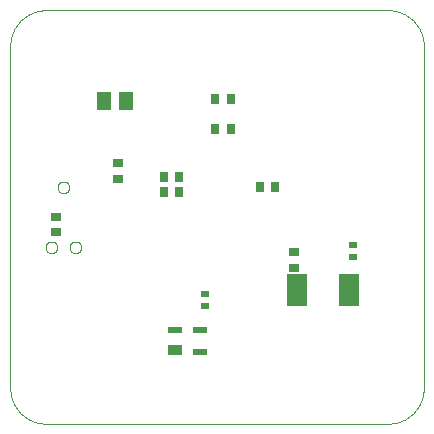
<source format=gbp>
G04 EAGLE Gerber RS-274X export*
G75*
%MOMM*%
%FSLAX35Y35*%
%LPD*%
%INsolder_paste_bottom*%
%IPPOS*%
%AMOC8*
5,1,8,0,0,1.08239X$1,22.5*%
G01*
%ADD10C,0.000000*%
%ADD11R,0.700000X0.900000*%
%ADD12R,0.900000X0.700000*%
%ADD13R,1.310000X0.940000*%
%ADD14R,1.310000X0.550000*%
%ADD15R,0.700000X0.600000*%
%ADD16R,1.300000X1.500000*%
%ADD17R,1.800000X2.700000*%


D10*
X100Y3199800D02*
X100Y299800D01*
X188Y292551D01*
X450Y285306D01*
X888Y278070D01*
X1501Y270846D01*
X2287Y263639D01*
X3248Y256453D01*
X4382Y249293D01*
X5689Y242162D01*
X7168Y235065D01*
X8817Y228005D01*
X10637Y220988D01*
X12626Y214016D01*
X14783Y207095D01*
X17106Y200228D01*
X19595Y193419D01*
X22248Y186672D01*
X25062Y179991D01*
X28038Y173380D01*
X31172Y166843D01*
X34463Y160383D01*
X37910Y154005D01*
X41509Y147712D01*
X45260Y141508D01*
X49159Y135396D01*
X53205Y129381D01*
X57395Y123464D01*
X61727Y117651D01*
X66198Y111944D01*
X70805Y106347D01*
X75547Y100863D01*
X80419Y95495D01*
X85420Y90247D01*
X90547Y85120D01*
X95795Y80119D01*
X101163Y75247D01*
X106647Y70505D01*
X112244Y65898D01*
X117951Y61427D01*
X123764Y57095D01*
X129681Y52905D01*
X135696Y48859D01*
X141808Y44960D01*
X148012Y41209D01*
X154305Y37610D01*
X160683Y34163D01*
X167143Y30872D01*
X173680Y27738D01*
X180291Y24762D01*
X186972Y21948D01*
X193719Y19295D01*
X200528Y16806D01*
X207395Y14483D01*
X214316Y12326D01*
X221288Y10337D01*
X228305Y8517D01*
X235365Y6868D01*
X242462Y5389D01*
X249593Y4082D01*
X256753Y2948D01*
X263939Y1987D01*
X271146Y1201D01*
X278370Y588D01*
X285606Y150D01*
X292851Y-112D01*
X300100Y-200D01*
X3200100Y-200D01*
X3207349Y-112D01*
X3214594Y150D01*
X3221830Y588D01*
X3229054Y1201D01*
X3236261Y1987D01*
X3243447Y2948D01*
X3250607Y4082D01*
X3257738Y5389D01*
X3264835Y6868D01*
X3271895Y8517D01*
X3278912Y10337D01*
X3285884Y12326D01*
X3292805Y14483D01*
X3299672Y16806D01*
X3306481Y19295D01*
X3313228Y21948D01*
X3319909Y24762D01*
X3326520Y27738D01*
X3333057Y30872D01*
X3339517Y34163D01*
X3345895Y37610D01*
X3352188Y41209D01*
X3358392Y44960D01*
X3364504Y48859D01*
X3370519Y52905D01*
X3376436Y57095D01*
X3382249Y61427D01*
X3387956Y65898D01*
X3393553Y70505D01*
X3399037Y75247D01*
X3404405Y80119D01*
X3409653Y85120D01*
X3414780Y90247D01*
X3419781Y95495D01*
X3424653Y100863D01*
X3429395Y106347D01*
X3434002Y111944D01*
X3438473Y117651D01*
X3442805Y123464D01*
X3446995Y129381D01*
X3451041Y135396D01*
X3454940Y141508D01*
X3458691Y147712D01*
X3462290Y154005D01*
X3465737Y160383D01*
X3469028Y166843D01*
X3472162Y173380D01*
X3475138Y179991D01*
X3477952Y186672D01*
X3480605Y193419D01*
X3483094Y200228D01*
X3485417Y207095D01*
X3487574Y214016D01*
X3489563Y220988D01*
X3491383Y228005D01*
X3493032Y235065D01*
X3494511Y242162D01*
X3495818Y249293D01*
X3496952Y256453D01*
X3497913Y263639D01*
X3498699Y270846D01*
X3499312Y278070D01*
X3499750Y285306D01*
X3500012Y292551D01*
X3500100Y299800D01*
X3500100Y3199800D01*
X3500012Y3207049D01*
X3499750Y3214294D01*
X3499312Y3221530D01*
X3498699Y3228754D01*
X3497913Y3235961D01*
X3496952Y3243147D01*
X3495818Y3250307D01*
X3494511Y3257438D01*
X3493032Y3264535D01*
X3491383Y3271595D01*
X3489563Y3278612D01*
X3487574Y3285584D01*
X3485417Y3292505D01*
X3483094Y3299372D01*
X3480605Y3306181D01*
X3477952Y3312928D01*
X3475138Y3319609D01*
X3472162Y3326220D01*
X3469028Y3332757D01*
X3465737Y3339217D01*
X3462290Y3345595D01*
X3458691Y3351888D01*
X3454940Y3358092D01*
X3451041Y3364204D01*
X3446995Y3370219D01*
X3442805Y3376136D01*
X3438473Y3381949D01*
X3434002Y3387656D01*
X3429395Y3393253D01*
X3424653Y3398737D01*
X3419781Y3404105D01*
X3414780Y3409353D01*
X3409653Y3414480D01*
X3404405Y3419481D01*
X3399037Y3424353D01*
X3393553Y3429095D01*
X3387956Y3433702D01*
X3382249Y3438173D01*
X3376436Y3442505D01*
X3370519Y3446695D01*
X3364504Y3450741D01*
X3358392Y3454640D01*
X3352188Y3458391D01*
X3345895Y3461990D01*
X3339517Y3465437D01*
X3333057Y3468728D01*
X3326520Y3471862D01*
X3319909Y3474838D01*
X3313228Y3477652D01*
X3306481Y3480305D01*
X3299672Y3482794D01*
X3292805Y3485117D01*
X3285884Y3487274D01*
X3278912Y3489263D01*
X3271895Y3491083D01*
X3264835Y3492732D01*
X3257738Y3494211D01*
X3250607Y3495518D01*
X3243447Y3496652D01*
X3236261Y3497613D01*
X3229054Y3498399D01*
X3221830Y3499012D01*
X3214594Y3499450D01*
X3207349Y3499712D01*
X3200100Y3499800D01*
X300100Y3499800D01*
X292851Y3499712D01*
X285606Y3499450D01*
X278370Y3499012D01*
X271146Y3498399D01*
X263939Y3497613D01*
X256753Y3496652D01*
X249593Y3495518D01*
X242462Y3494211D01*
X235365Y3492732D01*
X228305Y3491083D01*
X221288Y3489263D01*
X214316Y3487274D01*
X207395Y3485117D01*
X200528Y3482794D01*
X193719Y3480305D01*
X186972Y3477652D01*
X180291Y3474838D01*
X173680Y3471862D01*
X167143Y3468728D01*
X160683Y3465437D01*
X154305Y3461990D01*
X148012Y3458391D01*
X141808Y3454640D01*
X135696Y3450741D01*
X129681Y3446695D01*
X123764Y3442505D01*
X117951Y3438173D01*
X112244Y3433702D01*
X106647Y3429095D01*
X101163Y3424353D01*
X95795Y3419481D01*
X90547Y3414480D01*
X85420Y3409353D01*
X80419Y3404105D01*
X75547Y3398737D01*
X70805Y3393253D01*
X66198Y3387656D01*
X61727Y3381949D01*
X57395Y3376136D01*
X53205Y3370219D01*
X49159Y3364204D01*
X45260Y3358092D01*
X41509Y3351888D01*
X37910Y3345595D01*
X34463Y3339217D01*
X31172Y3332757D01*
X28038Y3326220D01*
X25062Y3319609D01*
X22248Y3312928D01*
X19595Y3306181D01*
X17106Y3299372D01*
X14783Y3292505D01*
X12626Y3285584D01*
X10637Y3278612D01*
X8817Y3271595D01*
X7168Y3264535D01*
X5689Y3257438D01*
X4382Y3250307D01*
X3248Y3243147D01*
X2287Y3235961D01*
X1501Y3228754D01*
X888Y3221530D01*
X450Y3214294D01*
X188Y3207049D01*
X100Y3199800D01*
D11*
X1865000Y2748000D03*
X1735000Y2748000D03*
X1735000Y2498000D03*
X1865000Y2498000D03*
X1427500Y2087500D03*
X1297500Y2087500D03*
X2240000Y2000000D03*
X2110000Y2000000D03*
X1427500Y1962500D03*
X1297500Y1962500D03*
D12*
X387500Y1622500D03*
X387500Y1752500D03*
X912500Y2202500D03*
X912500Y2072500D03*
X2400000Y1319500D03*
X2400000Y1449500D03*
D13*
X1394000Y624000D03*
D14*
X1394000Y796000D03*
X1606000Y796000D03*
X1606000Y604000D03*
D15*
X2900000Y1509500D03*
X2900000Y1409500D03*
X1650000Y1100000D03*
X1650000Y1000000D03*
D16*
X981000Y2734000D03*
X791000Y2734000D03*
D17*
X2870000Y1134500D03*
X2430000Y1134500D03*
D10*
X400470Y2000000D02*
X400485Y2001216D01*
X400530Y2002430D01*
X400604Y2003644D01*
X400709Y2004855D01*
X400842Y2006063D01*
X401006Y2007268D01*
X401199Y2008468D01*
X401422Y2009663D01*
X401673Y2010852D01*
X401954Y2012035D01*
X402264Y2013210D01*
X402603Y2014378D01*
X402970Y2015537D01*
X403365Y2016686D01*
X403789Y2017826D01*
X404240Y2018954D01*
X404719Y2020072D01*
X405225Y2021177D01*
X405759Y2022269D01*
X406318Y2023348D01*
X406905Y2024413D01*
X407517Y2025464D01*
X408154Y2026498D01*
X408817Y2027517D01*
X409505Y2028520D01*
X410217Y2029505D01*
X410953Y2030472D01*
X411713Y2031421D01*
X412495Y2032352D01*
X413301Y2033262D01*
X414128Y2034153D01*
X414977Y2035023D01*
X415847Y2035872D01*
X416738Y2036699D01*
X417648Y2037505D01*
X418579Y2038287D01*
X419528Y2039047D01*
X420495Y2039783D01*
X421480Y2040495D01*
X422483Y2041183D01*
X423502Y2041846D01*
X424536Y2042483D01*
X425587Y2043095D01*
X426652Y2043682D01*
X427731Y2044241D01*
X428823Y2044775D01*
X429928Y2045281D01*
X431046Y2045760D01*
X432174Y2046211D01*
X433314Y2046635D01*
X434463Y2047030D01*
X435622Y2047397D01*
X436790Y2047736D01*
X437965Y2048046D01*
X439148Y2048327D01*
X440337Y2048578D01*
X441532Y2048801D01*
X442732Y2048994D01*
X443937Y2049158D01*
X445145Y2049291D01*
X446356Y2049396D01*
X447570Y2049470D01*
X448784Y2049515D01*
X450000Y2049530D01*
X451216Y2049515D01*
X452430Y2049470D01*
X453644Y2049396D01*
X454855Y2049291D01*
X456063Y2049158D01*
X457268Y2048994D01*
X458468Y2048801D01*
X459663Y2048578D01*
X460852Y2048327D01*
X462035Y2048046D01*
X463210Y2047736D01*
X464378Y2047397D01*
X465537Y2047030D01*
X466686Y2046635D01*
X467826Y2046211D01*
X468954Y2045760D01*
X470072Y2045281D01*
X471177Y2044775D01*
X472269Y2044241D01*
X473348Y2043682D01*
X474413Y2043095D01*
X475464Y2042483D01*
X476498Y2041846D01*
X477517Y2041183D01*
X478520Y2040495D01*
X479505Y2039783D01*
X480472Y2039047D01*
X481421Y2038287D01*
X482352Y2037505D01*
X483262Y2036699D01*
X484153Y2035872D01*
X485023Y2035023D01*
X485872Y2034153D01*
X486699Y2033262D01*
X487505Y2032352D01*
X488287Y2031421D01*
X489047Y2030472D01*
X489783Y2029505D01*
X490495Y2028520D01*
X491183Y2027517D01*
X491846Y2026498D01*
X492483Y2025464D01*
X493095Y2024413D01*
X493682Y2023348D01*
X494241Y2022269D01*
X494775Y2021177D01*
X495281Y2020072D01*
X495760Y2018954D01*
X496211Y2017826D01*
X496635Y2016686D01*
X497030Y2015537D01*
X497397Y2014378D01*
X497736Y2013210D01*
X498046Y2012035D01*
X498327Y2010852D01*
X498578Y2009663D01*
X498801Y2008468D01*
X498994Y2007268D01*
X499158Y2006063D01*
X499291Y2004855D01*
X499396Y2003644D01*
X499470Y2002430D01*
X499515Y2001216D01*
X499530Y2000000D01*
X499515Y1998784D01*
X499470Y1997570D01*
X499396Y1996356D01*
X499291Y1995145D01*
X499158Y1993937D01*
X498994Y1992732D01*
X498801Y1991532D01*
X498578Y1990337D01*
X498327Y1989148D01*
X498046Y1987965D01*
X497736Y1986790D01*
X497397Y1985622D01*
X497030Y1984463D01*
X496635Y1983314D01*
X496211Y1982174D01*
X495760Y1981046D01*
X495281Y1979928D01*
X494775Y1978823D01*
X494241Y1977731D01*
X493682Y1976652D01*
X493095Y1975587D01*
X492483Y1974536D01*
X491846Y1973502D01*
X491183Y1972483D01*
X490495Y1971480D01*
X489783Y1970495D01*
X489047Y1969528D01*
X488287Y1968579D01*
X487505Y1967648D01*
X486699Y1966738D01*
X485872Y1965847D01*
X485023Y1964977D01*
X484153Y1964128D01*
X483262Y1963301D01*
X482352Y1962495D01*
X481421Y1961713D01*
X480472Y1960953D01*
X479505Y1960217D01*
X478520Y1959505D01*
X477517Y1958817D01*
X476498Y1958154D01*
X475464Y1957517D01*
X474413Y1956905D01*
X473348Y1956318D01*
X472269Y1955759D01*
X471177Y1955225D01*
X470072Y1954719D01*
X468954Y1954240D01*
X467826Y1953789D01*
X466686Y1953365D01*
X465537Y1952970D01*
X464378Y1952603D01*
X463210Y1952264D01*
X462035Y1951954D01*
X460852Y1951673D01*
X459663Y1951422D01*
X458468Y1951199D01*
X457268Y1951006D01*
X456063Y1950842D01*
X454855Y1950709D01*
X453644Y1950604D01*
X452430Y1950530D01*
X451216Y1950485D01*
X450000Y1950470D01*
X448784Y1950485D01*
X447570Y1950530D01*
X446356Y1950604D01*
X445145Y1950709D01*
X443937Y1950842D01*
X442732Y1951006D01*
X441532Y1951199D01*
X440337Y1951422D01*
X439148Y1951673D01*
X437965Y1951954D01*
X436790Y1952264D01*
X435622Y1952603D01*
X434463Y1952970D01*
X433314Y1953365D01*
X432174Y1953789D01*
X431046Y1954240D01*
X429928Y1954719D01*
X428823Y1955225D01*
X427731Y1955759D01*
X426652Y1956318D01*
X425587Y1956905D01*
X424536Y1957517D01*
X423502Y1958154D01*
X422483Y1958817D01*
X421480Y1959505D01*
X420495Y1960217D01*
X419528Y1960953D01*
X418579Y1961713D01*
X417648Y1962495D01*
X416738Y1963301D01*
X415847Y1964128D01*
X414977Y1964977D01*
X414128Y1965847D01*
X413301Y1966738D01*
X412495Y1967648D01*
X411713Y1968579D01*
X410953Y1969528D01*
X410217Y1970495D01*
X409505Y1971480D01*
X408817Y1972483D01*
X408154Y1973502D01*
X407517Y1974536D01*
X406905Y1975587D01*
X406318Y1976652D01*
X405759Y1977731D01*
X405225Y1978823D01*
X404719Y1979928D01*
X404240Y1981046D01*
X403789Y1982174D01*
X403365Y1983314D01*
X402970Y1984463D01*
X402603Y1985622D01*
X402264Y1986790D01*
X401954Y1987965D01*
X401673Y1989148D01*
X401422Y1990337D01*
X401199Y1991532D01*
X401006Y1992732D01*
X400842Y1993937D01*
X400709Y1995145D01*
X400604Y1996356D01*
X400530Y1997570D01*
X400485Y1998784D01*
X400470Y2000000D01*
X298870Y1492000D02*
X298885Y1493216D01*
X298930Y1494430D01*
X299004Y1495644D01*
X299109Y1496855D01*
X299242Y1498063D01*
X299406Y1499268D01*
X299599Y1500468D01*
X299822Y1501663D01*
X300073Y1502852D01*
X300354Y1504035D01*
X300664Y1505210D01*
X301003Y1506378D01*
X301370Y1507537D01*
X301765Y1508686D01*
X302189Y1509826D01*
X302640Y1510954D01*
X303119Y1512072D01*
X303625Y1513177D01*
X304159Y1514269D01*
X304718Y1515348D01*
X305305Y1516413D01*
X305917Y1517464D01*
X306554Y1518498D01*
X307217Y1519517D01*
X307905Y1520520D01*
X308617Y1521505D01*
X309353Y1522472D01*
X310113Y1523421D01*
X310895Y1524352D01*
X311701Y1525262D01*
X312528Y1526153D01*
X313377Y1527023D01*
X314247Y1527872D01*
X315138Y1528699D01*
X316048Y1529505D01*
X316979Y1530287D01*
X317928Y1531047D01*
X318895Y1531783D01*
X319880Y1532495D01*
X320883Y1533183D01*
X321902Y1533846D01*
X322936Y1534483D01*
X323987Y1535095D01*
X325052Y1535682D01*
X326131Y1536241D01*
X327223Y1536775D01*
X328328Y1537281D01*
X329446Y1537760D01*
X330574Y1538211D01*
X331714Y1538635D01*
X332863Y1539030D01*
X334022Y1539397D01*
X335190Y1539736D01*
X336365Y1540046D01*
X337548Y1540327D01*
X338737Y1540578D01*
X339932Y1540801D01*
X341132Y1540994D01*
X342337Y1541158D01*
X343545Y1541291D01*
X344756Y1541396D01*
X345970Y1541470D01*
X347184Y1541515D01*
X348400Y1541530D01*
X349616Y1541515D01*
X350830Y1541470D01*
X352044Y1541396D01*
X353255Y1541291D01*
X354463Y1541158D01*
X355668Y1540994D01*
X356868Y1540801D01*
X358063Y1540578D01*
X359252Y1540327D01*
X360435Y1540046D01*
X361610Y1539736D01*
X362778Y1539397D01*
X363937Y1539030D01*
X365086Y1538635D01*
X366226Y1538211D01*
X367354Y1537760D01*
X368472Y1537281D01*
X369577Y1536775D01*
X370669Y1536241D01*
X371748Y1535682D01*
X372813Y1535095D01*
X373864Y1534483D01*
X374898Y1533846D01*
X375917Y1533183D01*
X376920Y1532495D01*
X377905Y1531783D01*
X378872Y1531047D01*
X379821Y1530287D01*
X380752Y1529505D01*
X381662Y1528699D01*
X382553Y1527872D01*
X383423Y1527023D01*
X384272Y1526153D01*
X385099Y1525262D01*
X385905Y1524352D01*
X386687Y1523421D01*
X387447Y1522472D01*
X388183Y1521505D01*
X388895Y1520520D01*
X389583Y1519517D01*
X390246Y1518498D01*
X390883Y1517464D01*
X391495Y1516413D01*
X392082Y1515348D01*
X392641Y1514269D01*
X393175Y1513177D01*
X393681Y1512072D01*
X394160Y1510954D01*
X394611Y1509826D01*
X395035Y1508686D01*
X395430Y1507537D01*
X395797Y1506378D01*
X396136Y1505210D01*
X396446Y1504035D01*
X396727Y1502852D01*
X396978Y1501663D01*
X397201Y1500468D01*
X397394Y1499268D01*
X397558Y1498063D01*
X397691Y1496855D01*
X397796Y1495644D01*
X397870Y1494430D01*
X397915Y1493216D01*
X397930Y1492000D01*
X397915Y1490784D01*
X397870Y1489570D01*
X397796Y1488356D01*
X397691Y1487145D01*
X397558Y1485937D01*
X397394Y1484732D01*
X397201Y1483532D01*
X396978Y1482337D01*
X396727Y1481148D01*
X396446Y1479965D01*
X396136Y1478790D01*
X395797Y1477622D01*
X395430Y1476463D01*
X395035Y1475314D01*
X394611Y1474174D01*
X394160Y1473046D01*
X393681Y1471928D01*
X393175Y1470823D01*
X392641Y1469731D01*
X392082Y1468652D01*
X391495Y1467587D01*
X390883Y1466536D01*
X390246Y1465502D01*
X389583Y1464483D01*
X388895Y1463480D01*
X388183Y1462495D01*
X387447Y1461528D01*
X386687Y1460579D01*
X385905Y1459648D01*
X385099Y1458738D01*
X384272Y1457847D01*
X383423Y1456977D01*
X382553Y1456128D01*
X381662Y1455301D01*
X380752Y1454495D01*
X379821Y1453713D01*
X378872Y1452953D01*
X377905Y1452217D01*
X376920Y1451505D01*
X375917Y1450817D01*
X374898Y1450154D01*
X373864Y1449517D01*
X372813Y1448905D01*
X371748Y1448318D01*
X370669Y1447759D01*
X369577Y1447225D01*
X368472Y1446719D01*
X367354Y1446240D01*
X366226Y1445789D01*
X365086Y1445365D01*
X363937Y1444970D01*
X362778Y1444603D01*
X361610Y1444264D01*
X360435Y1443954D01*
X359252Y1443673D01*
X358063Y1443422D01*
X356868Y1443199D01*
X355668Y1443006D01*
X354463Y1442842D01*
X353255Y1442709D01*
X352044Y1442604D01*
X350830Y1442530D01*
X349616Y1442485D01*
X348400Y1442470D01*
X347184Y1442485D01*
X345970Y1442530D01*
X344756Y1442604D01*
X343545Y1442709D01*
X342337Y1442842D01*
X341132Y1443006D01*
X339932Y1443199D01*
X338737Y1443422D01*
X337548Y1443673D01*
X336365Y1443954D01*
X335190Y1444264D01*
X334022Y1444603D01*
X332863Y1444970D01*
X331714Y1445365D01*
X330574Y1445789D01*
X329446Y1446240D01*
X328328Y1446719D01*
X327223Y1447225D01*
X326131Y1447759D01*
X325052Y1448318D01*
X323987Y1448905D01*
X322936Y1449517D01*
X321902Y1450154D01*
X320883Y1450817D01*
X319880Y1451505D01*
X318895Y1452217D01*
X317928Y1452953D01*
X316979Y1453713D01*
X316048Y1454495D01*
X315138Y1455301D01*
X314247Y1456128D01*
X313377Y1456977D01*
X312528Y1457847D01*
X311701Y1458738D01*
X310895Y1459648D01*
X310113Y1460579D01*
X309353Y1461528D01*
X308617Y1462495D01*
X307905Y1463480D01*
X307217Y1464483D01*
X306554Y1465502D01*
X305917Y1466536D01*
X305305Y1467587D01*
X304718Y1468652D01*
X304159Y1469731D01*
X303625Y1470823D01*
X303119Y1471928D01*
X302640Y1473046D01*
X302189Y1474174D01*
X301765Y1475314D01*
X301370Y1476463D01*
X301003Y1477622D01*
X300664Y1478790D01*
X300354Y1479965D01*
X300073Y1481148D01*
X299822Y1482337D01*
X299599Y1483532D01*
X299406Y1484732D01*
X299242Y1485937D01*
X299109Y1487145D01*
X299004Y1488356D01*
X298930Y1489570D01*
X298885Y1490784D01*
X298870Y1492000D01*
X502070Y1492000D02*
X502085Y1493216D01*
X502130Y1494430D01*
X502204Y1495644D01*
X502309Y1496855D01*
X502442Y1498063D01*
X502606Y1499268D01*
X502799Y1500468D01*
X503022Y1501663D01*
X503273Y1502852D01*
X503554Y1504035D01*
X503864Y1505210D01*
X504203Y1506378D01*
X504570Y1507537D01*
X504965Y1508686D01*
X505389Y1509826D01*
X505840Y1510954D01*
X506319Y1512072D01*
X506825Y1513177D01*
X507359Y1514269D01*
X507918Y1515348D01*
X508505Y1516413D01*
X509117Y1517464D01*
X509754Y1518498D01*
X510417Y1519517D01*
X511105Y1520520D01*
X511817Y1521505D01*
X512553Y1522472D01*
X513313Y1523421D01*
X514095Y1524352D01*
X514901Y1525262D01*
X515728Y1526153D01*
X516577Y1527023D01*
X517447Y1527872D01*
X518338Y1528699D01*
X519248Y1529505D01*
X520179Y1530287D01*
X521128Y1531047D01*
X522095Y1531783D01*
X523080Y1532495D01*
X524083Y1533183D01*
X525102Y1533846D01*
X526136Y1534483D01*
X527187Y1535095D01*
X528252Y1535682D01*
X529331Y1536241D01*
X530423Y1536775D01*
X531528Y1537281D01*
X532646Y1537760D01*
X533774Y1538211D01*
X534914Y1538635D01*
X536063Y1539030D01*
X537222Y1539397D01*
X538390Y1539736D01*
X539565Y1540046D01*
X540748Y1540327D01*
X541937Y1540578D01*
X543132Y1540801D01*
X544332Y1540994D01*
X545537Y1541158D01*
X546745Y1541291D01*
X547956Y1541396D01*
X549170Y1541470D01*
X550384Y1541515D01*
X551600Y1541530D01*
X552816Y1541515D01*
X554030Y1541470D01*
X555244Y1541396D01*
X556455Y1541291D01*
X557663Y1541158D01*
X558868Y1540994D01*
X560068Y1540801D01*
X561263Y1540578D01*
X562452Y1540327D01*
X563635Y1540046D01*
X564810Y1539736D01*
X565978Y1539397D01*
X567137Y1539030D01*
X568286Y1538635D01*
X569426Y1538211D01*
X570554Y1537760D01*
X571672Y1537281D01*
X572777Y1536775D01*
X573869Y1536241D01*
X574948Y1535682D01*
X576013Y1535095D01*
X577064Y1534483D01*
X578098Y1533846D01*
X579117Y1533183D01*
X580120Y1532495D01*
X581105Y1531783D01*
X582072Y1531047D01*
X583021Y1530287D01*
X583952Y1529505D01*
X584862Y1528699D01*
X585753Y1527872D01*
X586623Y1527023D01*
X587472Y1526153D01*
X588299Y1525262D01*
X589105Y1524352D01*
X589887Y1523421D01*
X590647Y1522472D01*
X591383Y1521505D01*
X592095Y1520520D01*
X592783Y1519517D01*
X593446Y1518498D01*
X594083Y1517464D01*
X594695Y1516413D01*
X595282Y1515348D01*
X595841Y1514269D01*
X596375Y1513177D01*
X596881Y1512072D01*
X597360Y1510954D01*
X597811Y1509826D01*
X598235Y1508686D01*
X598630Y1507537D01*
X598997Y1506378D01*
X599336Y1505210D01*
X599646Y1504035D01*
X599927Y1502852D01*
X600178Y1501663D01*
X600401Y1500468D01*
X600594Y1499268D01*
X600758Y1498063D01*
X600891Y1496855D01*
X600996Y1495644D01*
X601070Y1494430D01*
X601115Y1493216D01*
X601130Y1492000D01*
X601115Y1490784D01*
X601070Y1489570D01*
X600996Y1488356D01*
X600891Y1487145D01*
X600758Y1485937D01*
X600594Y1484732D01*
X600401Y1483532D01*
X600178Y1482337D01*
X599927Y1481148D01*
X599646Y1479965D01*
X599336Y1478790D01*
X598997Y1477622D01*
X598630Y1476463D01*
X598235Y1475314D01*
X597811Y1474174D01*
X597360Y1473046D01*
X596881Y1471928D01*
X596375Y1470823D01*
X595841Y1469731D01*
X595282Y1468652D01*
X594695Y1467587D01*
X594083Y1466536D01*
X593446Y1465502D01*
X592783Y1464483D01*
X592095Y1463480D01*
X591383Y1462495D01*
X590647Y1461528D01*
X589887Y1460579D01*
X589105Y1459648D01*
X588299Y1458738D01*
X587472Y1457847D01*
X586623Y1456977D01*
X585753Y1456128D01*
X584862Y1455301D01*
X583952Y1454495D01*
X583021Y1453713D01*
X582072Y1452953D01*
X581105Y1452217D01*
X580120Y1451505D01*
X579117Y1450817D01*
X578098Y1450154D01*
X577064Y1449517D01*
X576013Y1448905D01*
X574948Y1448318D01*
X573869Y1447759D01*
X572777Y1447225D01*
X571672Y1446719D01*
X570554Y1446240D01*
X569426Y1445789D01*
X568286Y1445365D01*
X567137Y1444970D01*
X565978Y1444603D01*
X564810Y1444264D01*
X563635Y1443954D01*
X562452Y1443673D01*
X561263Y1443422D01*
X560068Y1443199D01*
X558868Y1443006D01*
X557663Y1442842D01*
X556455Y1442709D01*
X555244Y1442604D01*
X554030Y1442530D01*
X552816Y1442485D01*
X551600Y1442470D01*
X550384Y1442485D01*
X549170Y1442530D01*
X547956Y1442604D01*
X546745Y1442709D01*
X545537Y1442842D01*
X544332Y1443006D01*
X543132Y1443199D01*
X541937Y1443422D01*
X540748Y1443673D01*
X539565Y1443954D01*
X538390Y1444264D01*
X537222Y1444603D01*
X536063Y1444970D01*
X534914Y1445365D01*
X533774Y1445789D01*
X532646Y1446240D01*
X531528Y1446719D01*
X530423Y1447225D01*
X529331Y1447759D01*
X528252Y1448318D01*
X527187Y1448905D01*
X526136Y1449517D01*
X525102Y1450154D01*
X524083Y1450817D01*
X523080Y1451505D01*
X522095Y1452217D01*
X521128Y1452953D01*
X520179Y1453713D01*
X519248Y1454495D01*
X518338Y1455301D01*
X517447Y1456128D01*
X516577Y1456977D01*
X515728Y1457847D01*
X514901Y1458738D01*
X514095Y1459648D01*
X513313Y1460579D01*
X512553Y1461528D01*
X511817Y1462495D01*
X511105Y1463480D01*
X510417Y1464483D01*
X509754Y1465502D01*
X509117Y1466536D01*
X508505Y1467587D01*
X507918Y1468652D01*
X507359Y1469731D01*
X506825Y1470823D01*
X506319Y1471928D01*
X505840Y1473046D01*
X505389Y1474174D01*
X504965Y1475314D01*
X504570Y1476463D01*
X504203Y1477622D01*
X503864Y1478790D01*
X503554Y1479965D01*
X503273Y1481148D01*
X503022Y1482337D01*
X502799Y1483532D01*
X502606Y1484732D01*
X502442Y1485937D01*
X502309Y1487145D01*
X502204Y1488356D01*
X502130Y1489570D01*
X502085Y1490784D01*
X502070Y1492000D01*
M02*

</source>
